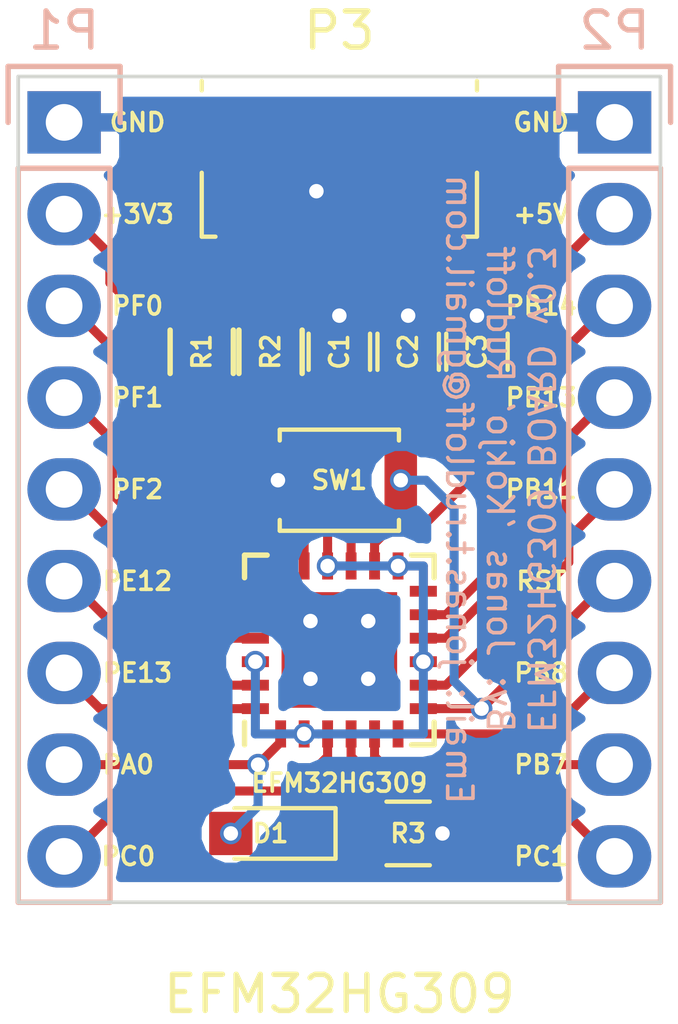
<source format=kicad_pcb>
(kicad_pcb (version 4) (host pcbnew 4.0.7+dfsg1-1)

  (general
    (links 44)
    (no_connects 2)
    (area 138.379999 96.469999 156.260001 119.430001)
    (thickness 1.6)
    (drawings 24)
    (tracks 148)
    (zones 0)
    (modules 12)
    (nets 24)
  )

  (page A4)
  (layers
    (0 F.Cu signal)
    (31 B.Cu signal)
    (32 B.Adhes user hide)
    (33 F.Adhes user hide)
    (34 B.Paste user hide)
    (35 F.Paste user hide)
    (36 B.SilkS user)
    (37 F.SilkS user)
    (38 B.Mask user hide)
    (39 F.Mask user hide)
    (40 Dwgs.User user hide)
    (41 Cmts.User user hide)
    (42 Eco1.User user hide)
    (43 Eco2.User user hide)
    (44 Edge.Cuts user)
    (45 Margin user hide)
    (46 B.CrtYd user)
    (47 F.CrtYd user)
    (48 B.Fab user hide)
    (49 F.Fab user hide)
  )

  (setup
    (last_trace_width 0.25)
    (trace_clearance 0.2)
    (zone_clearance 0.508)
    (zone_45_only no)
    (trace_min 0.2)
    (segment_width 0.2)
    (edge_width 0.1)
    (via_size 0.6)
    (via_drill 0.4)
    (via_min_size 0.4)
    (via_min_drill 0.3)
    (uvia_size 0.3)
    (uvia_drill 0.1)
    (uvias_allowed no)
    (uvia_min_size 0.2)
    (uvia_min_drill 0.1)
    (pcb_text_width 0.1)
    (pcb_text_size 0.5 0.5)
    (mod_edge_width 0.15)
    (mod_text_size 0.5 0.5)
    (mod_text_width 0.1)
    (pad_size 1.5 1.5)
    (pad_drill 0.6)
    (pad_to_mask_clearance 0)
    (aux_axis_origin 0 0)
    (visible_elements FFFF7F7F)
    (pcbplotparams
      (layerselection 0x00008_00000000)
      (usegerberextensions false)
      (excludeedgelayer true)
      (linewidth 0.100000)
      (plotframeref false)
      (viasonmask false)
      (mode 1)
      (useauxorigin false)
      (hpglpennumber 1)
      (hpglpenspeed 20)
      (hpglpendiameter 15)
      (hpglpenoverlay 2)
      (psnegative false)
      (psa4output false)
      (plotreference true)
      (plotvalue true)
      (plotinvisibletext false)
      (padsonsilk false)
      (subtractmaskfromsilk false)
      (outputformat 1)
      (mirror false)
      (drillshape 0)
      (scaleselection 1)
      (outputdirectory gerbers/))
  )

  (net 0 "")
  (net 1 GND)
  (net 2 +3V3)
  (net 3 +5V)
  (net 4 "Net-(P3-Pad2)")
  (net 5 "Net-(P3-Pad3)")
  (net 6 "Net-(R1-Pad2)")
  (net 7 "Net-(R2-Pad2)")
  (net 8 /PF0)
  (net 9 /PF1)
  (net 10 /PF2)
  (net 11 /PE12)
  (net 12 /PE13)
  (net 13 /PA0)
  (net 14 /PC0)
  (net 15 /PB14)
  (net 16 /PB13)
  (net 17 /PB11)
  (net 18 /RST)
  (net 19 /PB8)
  (net 20 /PB7)
  (net 21 /PC1)
  (net 22 "Net-(C3-Pad1)")
  (net 23 "Net-(D1-Pad1)")

  (net_class Default "This is the default net class."
    (clearance 0.2)
    (trace_width 0.25)
    (via_dia 0.6)
    (via_drill 0.4)
    (uvia_dia 0.3)
    (uvia_drill 0.1)
    (add_net +3V3)
    (add_net +5V)
    (add_net /PA0)
    (add_net /PB11)
    (add_net /PB13)
    (add_net /PB14)
    (add_net /PB7)
    (add_net /PB8)
    (add_net /PC0)
    (add_net /PC1)
    (add_net /PE12)
    (add_net /PE13)
    (add_net /PF0)
    (add_net /PF1)
    (add_net /PF2)
    (add_net /RST)
    (add_net GND)
    (add_net "Net-(C3-Pad1)")
    (add_net "Net-(D1-Pad1)")
    (add_net "Net-(P3-Pad2)")
    (add_net "Net-(P3-Pad3)")
    (add_net "Net-(R1-Pad2)")
    (add_net "Net-(R2-Pad2)")
  )

  (module Housings_DFN_QFN:QFN-24-1EP_5x5mm_Pitch0.65mm (layer F.Cu) (tedit 5ADCED48) (tstamp 5A79F5FE)
    (at 147.32 112.395 90)
    (descr "UH Package; 24-Lead Plastic QFN (5mm x 5mm); (see Linear Technology (UH24) QFN 05-08-1747 Rev A.pdf)")
    (tags "QFN 0.65")
    (path /5A79B5EE)
    (attr smd)
    (fp_text reference EFM32HG309 (at -3.683 0 180) (layer F.SilkS)
      (effects (font (size 0.5 0.5) (thickness 0.1)))
    )
    (fp_text value EFM32HG309 (at 0 3.7 90) (layer F.Fab)
      (effects (font (size 1 1) (thickness 0.15)))
    )
    (fp_line (start -1.5 -2.5) (end 2.5 -2.5) (layer F.Fab) (width 0.15))
    (fp_line (start 2.5 -2.5) (end 2.5 2.5) (layer F.Fab) (width 0.15))
    (fp_line (start 2.5 2.5) (end -2.5 2.5) (layer F.Fab) (width 0.15))
    (fp_line (start -2.5 2.5) (end -2.5 -1.5) (layer F.Fab) (width 0.15))
    (fp_line (start -2.5 -1.5) (end -1.5 -2.5) (layer F.Fab) (width 0.15))
    (fp_line (start -2.95 -2.95) (end -2.95 2.95) (layer F.CrtYd) (width 0.05))
    (fp_line (start 2.95 -2.95) (end 2.95 2.95) (layer F.CrtYd) (width 0.05))
    (fp_line (start -2.95 -2.95) (end 2.95 -2.95) (layer F.CrtYd) (width 0.05))
    (fp_line (start -2.95 2.95) (end 2.95 2.95) (layer F.CrtYd) (width 0.05))
    (fp_line (start 2.625 -2.625) (end 2.625 -2) (layer F.SilkS) (width 0.15))
    (fp_line (start -2.625 2.625) (end -2.625 2) (layer F.SilkS) (width 0.15))
    (fp_line (start 2.625 2.625) (end 2.625 2) (layer F.SilkS) (width 0.15))
    (fp_line (start -2.625 -2.625) (end -2 -2.625) (layer F.SilkS) (width 0.15))
    (fp_line (start -2.625 2.625) (end -2 2.625) (layer F.SilkS) (width 0.15))
    (fp_line (start 2.625 2.625) (end 2 2.625) (layer F.SilkS) (width 0.15))
    (fp_line (start 2.625 -2.625) (end 2 -2.625) (layer F.SilkS) (width 0.15))
    (pad 1 smd rect (at -2.325 -1.625 90) (size 0.75 0.3) (layers F.Cu F.Paste F.Mask)
      (net 13 /PA0))
    (pad 2 smd rect (at -2.325 -0.975 90) (size 0.75 0.3) (layers F.Cu F.Paste F.Mask)
      (net 2 +3V3))
    (pad 3 smd rect (at -2.325 -0.325 90) (size 0.75 0.3) (layers F.Cu F.Paste F.Mask)
      (net 14 /PC0))
    (pad 4 smd rect (at -2.325 0.325 90) (size 0.75 0.3) (layers F.Cu F.Paste F.Mask)
      (net 21 /PC1))
    (pad 5 smd rect (at -2.325 0.975 90) (size 0.75 0.3) (layers F.Cu F.Paste F.Mask)
      (net 20 /PB7))
    (pad 6 smd rect (at -2.325 1.625 90) (size 0.75 0.3) (layers F.Cu F.Paste F.Mask)
      (net 19 /PB8))
    (pad 7 smd rect (at -1.625 2.325 180) (size 0.75 0.3) (layers F.Cu F.Paste F.Mask)
      (net 18 /RST))
    (pad 8 smd rect (at -0.975 2.325 180) (size 0.75 0.3) (layers F.Cu F.Paste F.Mask)
      (net 17 /PB11))
    (pad 9 smd rect (at -0.325 2.325 180) (size 0.75 0.3) (layers F.Cu F.Paste F.Mask)
      (net 2 +3V3))
    (pad 10 smd rect (at 0.325 2.325 180) (size 0.75 0.3) (layers F.Cu F.Paste F.Mask)
      (net 16 /PB13))
    (pad 11 smd rect (at 0.975 2.325 180) (size 0.75 0.3) (layers F.Cu F.Paste F.Mask)
      (net 15 /PB14))
    (pad 12 smd rect (at 1.625 2.325 180) (size 0.75 0.3) (layers F.Cu F.Paste F.Mask)
      (net 2 +3V3))
    (pad 13 smd rect (at 2.325 1.625 90) (size 0.75 0.3) (layers F.Cu F.Paste F.Mask)
      (net 2 +3V3))
    (pad 14 smd rect (at 2.325 0.975 90) (size 0.75 0.3) (layers F.Cu F.Paste F.Mask)
      (net 22 "Net-(C3-Pad1)"))
    (pad 15 smd rect (at 2.325 0.325 90) (size 0.75 0.3) (layers F.Cu F.Paste F.Mask)
      (net 3 +5V))
    (pad 16 smd rect (at 2.325 -0.325 90) (size 0.75 0.3) (layers F.Cu F.Paste F.Mask)
      (net 2 +3V3))
    (pad 17 smd rect (at 2.325 -0.975 90) (size 0.75 0.3) (layers F.Cu F.Paste F.Mask)
      (net 7 "Net-(R2-Pad2)"))
    (pad 18 smd rect (at 2.325 -1.625 90) (size 0.75 0.3) (layers F.Cu F.Paste F.Mask)
      (net 6 "Net-(R1-Pad2)"))
    (pad 19 smd rect (at 1.625 -2.325 180) (size 0.75 0.3) (layers F.Cu F.Paste F.Mask)
      (net 8 /PF0))
    (pad 20 smd rect (at 0.975 -2.325 180) (size 0.75 0.3) (layers F.Cu F.Paste F.Mask)
      (net 9 /PF1))
    (pad 21 smd rect (at 0.325 -2.325 180) (size 0.75 0.3) (layers F.Cu F.Paste F.Mask)
      (net 10 /PF2))
    (pad 22 smd rect (at -0.325 -2.325 180) (size 0.75 0.3) (layers F.Cu F.Paste F.Mask)
      (net 2 +3V3))
    (pad 23 smd rect (at -0.975 -2.325 180) (size 0.75 0.3) (layers F.Cu F.Paste F.Mask)
      (net 11 /PE12))
    (pad 24 smd rect (at -1.625 -2.325 180) (size 0.75 0.3) (layers F.Cu F.Paste F.Mask)
      (net 12 /PE13))
    (pad 25 smd rect (at 0.8 0.8 90) (size 1.6 1.6) (layers F.Cu F.Paste F.Mask)
      (net 1 GND) (solder_paste_margin_ratio -0.2))
    (pad 25 smd rect (at 0.8 -0.8 90) (size 1.6 1.6) (layers F.Cu F.Paste F.Mask)
      (net 1 GND) (solder_paste_margin_ratio -0.2))
    (pad 25 smd rect (at -0.8 0.8 90) (size 1.6 1.6) (layers F.Cu F.Paste F.Mask)
      (net 1 GND) (solder_paste_margin_ratio -0.2))
    (pad 25 smd rect (at -0.8 -0.8 90) (size 1.6 1.6) (layers F.Cu F.Paste F.Mask)
      (net 1 GND) (solder_paste_margin_ratio -0.2))
    (model Housings_DFN_QFN.3dshapes/QFN-24-1EP_5x5mm_Pitch0.65mm.wrl
      (at (xyz 0 0 0))
      (scale (xyz 1 1 1))
      (rotate (xyz 0 0 0))
    )
  )

  (module Pin_Headers:Pin_Header_Straight_1x09 (layer B.Cu) (tedit 0) (tstamp 5A79F576)
    (at 139.7 97.79 180)
    (descr "Through hole pin header")
    (tags "pin header")
    (path /5A79C357)
    (fp_text reference P1 (at 0 2.54 180) (layer B.SilkS)
      (effects (font (size 1 1) (thickness 0.15)) (justify mirror))
    )
    (fp_text value CONN_01X09 (at 0 3.1 180) (layer B.Fab)
      (effects (font (size 1 1) (thickness 0.15)) (justify mirror))
    )
    (fp_line (start -1.75 1.75) (end -1.75 -22.1) (layer B.CrtYd) (width 0.05))
    (fp_line (start 1.75 1.75) (end 1.75 -22.1) (layer B.CrtYd) (width 0.05))
    (fp_line (start -1.75 1.75) (end 1.75 1.75) (layer B.CrtYd) (width 0.05))
    (fp_line (start -1.75 -22.1) (end 1.75 -22.1) (layer B.CrtYd) (width 0.05))
    (fp_line (start 1.27 -1.27) (end 1.27 -21.59) (layer B.SilkS) (width 0.15))
    (fp_line (start 1.27 -21.59) (end -1.27 -21.59) (layer B.SilkS) (width 0.15))
    (fp_line (start -1.27 -21.59) (end -1.27 -1.27) (layer B.SilkS) (width 0.15))
    (fp_line (start 1.55 1.55) (end 1.55 0) (layer B.SilkS) (width 0.15))
    (fp_line (start 1.27 -1.27) (end -1.27 -1.27) (layer B.SilkS) (width 0.15))
    (fp_line (start -1.55 0) (end -1.55 1.55) (layer B.SilkS) (width 0.15))
    (fp_line (start -1.55 1.55) (end 1.55 1.55) (layer B.SilkS) (width 0.15))
    (pad 1 thru_hole rect (at 0 0 180) (size 2.032 1.7272) (drill 1.016) (layers *.Cu *.Mask)
      (net 1 GND))
    (pad 2 thru_hole oval (at 0 -2.54 180) (size 2.032 1.7272) (drill 1.016) (layers *.Cu *.Mask)
      (net 2 +3V3))
    (pad 3 thru_hole oval (at 0 -5.08 180) (size 2.032 1.7272) (drill 1.016) (layers *.Cu *.Mask)
      (net 8 /PF0))
    (pad 4 thru_hole oval (at 0 -7.62 180) (size 2.032 1.7272) (drill 1.016) (layers *.Cu *.Mask)
      (net 9 /PF1))
    (pad 5 thru_hole oval (at 0 -10.16 180) (size 2.032 1.7272) (drill 1.016) (layers *.Cu *.Mask)
      (net 10 /PF2))
    (pad 6 thru_hole oval (at 0 -12.7 180) (size 2.032 1.7272) (drill 1.016) (layers *.Cu *.Mask)
      (net 11 /PE12))
    (pad 7 thru_hole oval (at 0 -15.24 180) (size 2.032 1.7272) (drill 1.016) (layers *.Cu *.Mask)
      (net 12 /PE13))
    (pad 8 thru_hole oval (at 0 -17.78 180) (size 2.032 1.7272) (drill 1.016) (layers *.Cu *.Mask)
      (net 13 /PA0))
    (pad 9 thru_hole oval (at 0 -20.32 180) (size 2.032 1.7272) (drill 1.016) (layers *.Cu *.Mask)
      (net 14 /PC0))
    (model Pin_Headers.3dshapes/Pin_Header_Straight_1x09.wrl
      (at (xyz 0 -0.4 0))
      (scale (xyz 1 1 1))
      (rotate (xyz 0 0 90))
    )
  )

  (module Pin_Headers:Pin_Header_Straight_1x09 (layer B.Cu) (tedit 0) (tstamp 5A79F58E)
    (at 154.94 97.79 180)
    (descr "Through hole pin header")
    (tags "pin header")
    (path /5A79C440)
    (fp_text reference P2 (at 0 2.54 180) (layer B.SilkS)
      (effects (font (size 1 1) (thickness 0.15)) (justify mirror))
    )
    (fp_text value CONN_01X09 (at 0 3.1 180) (layer B.Fab)
      (effects (font (size 1 1) (thickness 0.15)) (justify mirror))
    )
    (fp_line (start -1.75 1.75) (end -1.75 -22.1) (layer B.CrtYd) (width 0.05))
    (fp_line (start 1.75 1.75) (end 1.75 -22.1) (layer B.CrtYd) (width 0.05))
    (fp_line (start -1.75 1.75) (end 1.75 1.75) (layer B.CrtYd) (width 0.05))
    (fp_line (start -1.75 -22.1) (end 1.75 -22.1) (layer B.CrtYd) (width 0.05))
    (fp_line (start 1.27 -1.27) (end 1.27 -21.59) (layer B.SilkS) (width 0.15))
    (fp_line (start 1.27 -21.59) (end -1.27 -21.59) (layer B.SilkS) (width 0.15))
    (fp_line (start -1.27 -21.59) (end -1.27 -1.27) (layer B.SilkS) (width 0.15))
    (fp_line (start 1.55 1.55) (end 1.55 0) (layer B.SilkS) (width 0.15))
    (fp_line (start 1.27 -1.27) (end -1.27 -1.27) (layer B.SilkS) (width 0.15))
    (fp_line (start -1.55 0) (end -1.55 1.55) (layer B.SilkS) (width 0.15))
    (fp_line (start -1.55 1.55) (end 1.55 1.55) (layer B.SilkS) (width 0.15))
    (pad 1 thru_hole rect (at 0 0 180) (size 2.032 1.7272) (drill 1.016) (layers *.Cu *.Mask)
      (net 1 GND))
    (pad 2 thru_hole oval (at 0 -2.54 180) (size 2.032 1.7272) (drill 1.016) (layers *.Cu *.Mask)
      (net 3 +5V))
    (pad 3 thru_hole oval (at 0 -5.08 180) (size 2.032 1.7272) (drill 1.016) (layers *.Cu *.Mask)
      (net 15 /PB14))
    (pad 4 thru_hole oval (at 0 -7.62 180) (size 2.032 1.7272) (drill 1.016) (layers *.Cu *.Mask)
      (net 16 /PB13))
    (pad 5 thru_hole oval (at 0 -10.16 180) (size 2.032 1.7272) (drill 1.016) (layers *.Cu *.Mask)
      (net 17 /PB11))
    (pad 6 thru_hole oval (at 0 -12.7 180) (size 2.032 1.7272) (drill 1.016) (layers *.Cu *.Mask)
      (net 18 /RST))
    (pad 7 thru_hole oval (at 0 -15.24 180) (size 2.032 1.7272) (drill 1.016) (layers *.Cu *.Mask)
      (net 19 /PB8))
    (pad 8 thru_hole oval (at 0 -17.78 180) (size 2.032 1.7272) (drill 1.016) (layers *.Cu *.Mask)
      (net 20 /PB7))
    (pad 9 thru_hole oval (at 0 -20.32 180) (size 2.032 1.7272) (drill 1.016) (layers *.Cu *.Mask)
      (net 21 /PC1))
    (model Pin_Headers.3dshapes/Pin_Header_Straight_1x09.wrl
      (at (xyz 0 -0.4 0))
      (scale (xyz 1 1 1))
      (rotate (xyz 0 0 90))
    )
  )

  (module Connectors_USB:USB_Micro-B_Molex_47346-0001 (layer F.Cu) (tedit 594C50D0) (tstamp 5A79F5AE)
    (at 147.32 98.044 180)
    (descr "Micro USB B receptable with flange, bottom-mount, SMD, right-angle (http://www.molex.com/pdm_docs/sd/473460001_sd.pdf)")
    (tags "Micro B USB SMD")
    (path /5A79B6A8)
    (attr smd)
    (fp_text reference P3 (at 0 2.794 360) (layer F.SilkS)
      (effects (font (size 1 1) (thickness 0.15)))
    )
    (fp_text value USB_B (at 0 3.4 360) (layer F.Fab)
      (effects (font (size 1 1) (thickness 0.15)))
    )
    (fp_text user "PCB Edge" (at 0 1.47 360) (layer Dwgs.User)
      (effects (font (size 0.4 0.4) (thickness 0.04)))
    )
    (fp_text user %R (at 0 0 180) (layer F.Fab)
      (effects (font (size 1 1) (thickness 0.15)))
    )
    (fp_line (start 3.81 -2.91) (end 3.43 -2.91) (layer F.SilkS) (width 0.12))
    (fp_line (start 4.6 2.7) (end -4.6 2.7) (layer F.CrtYd) (width 0.05))
    (fp_line (start 4.6 -3.9) (end 4.6 2.7) (layer F.CrtYd) (width 0.05))
    (fp_line (start -4.6 -3.9) (end 4.6 -3.9) (layer F.CrtYd) (width 0.05))
    (fp_line (start -4.6 2.7) (end -4.6 -3.9) (layer F.CrtYd) (width 0.05))
    (fp_line (start 3.75 2.15) (end -3.75 2.15) (layer F.Fab) (width 0.1))
    (fp_line (start 3.75 -2.85) (end 3.75 2.15) (layer F.Fab) (width 0.1))
    (fp_line (start -3.75 -2.85) (end 3.75 -2.85) (layer F.Fab) (width 0.1))
    (fp_line (start -3.75 2.15) (end -3.75 -2.85) (layer F.Fab) (width 0.1))
    (fp_line (start 3.81 1.14) (end 3.81 1.4) (layer F.SilkS) (width 0.12))
    (fp_line (start 3.81 -2.91) (end 3.81 -1.14) (layer F.SilkS) (width 0.12))
    (fp_line (start -3.81 -2.91) (end -3.43 -2.91) (layer F.SilkS) (width 0.12))
    (fp_line (start -3.81 -1.14) (end -3.81 -2.91) (layer F.SilkS) (width 0.12))
    (fp_line (start -3.81 1.4) (end -3.81 1.14) (layer F.SilkS) (width 0.12))
    (fp_line (start -3.25 1.45) (end 3.25 1.45) (layer F.Fab) (width 0.1))
    (pad 1 smd rect (at -1.3 -2.66 180) (size 0.45 1.38) (layers F.Cu F.Paste F.Mask)
      (net 3 +5V))
    (pad 2 smd rect (at -0.65 -2.66 180) (size 0.45 1.38) (layers F.Cu F.Paste F.Mask)
      (net 4 "Net-(P3-Pad2)"))
    (pad 3 smd rect (at 0 -2.66 180) (size 0.45 1.38) (layers F.Cu F.Paste F.Mask)
      (net 5 "Net-(P3-Pad3)"))
    (pad 4 smd rect (at 0.65 -2.66 180) (size 0.45 1.38) (layers F.Cu F.Paste F.Mask)
      (net 1 GND))
    (pad 5 smd rect (at 1.3 -2.66 180) (size 0.45 1.38) (layers F.Cu F.Paste F.Mask)
      (net 1 GND))
    (pad 6 smd rect (at -2.4625 -2.3 180) (size 1.475 2.1) (layers F.Cu F.Paste F.Mask))
    (pad 6 smd rect (at 2.4625 -2.3 180) (size 1.475 2.1) (layers F.Cu F.Paste F.Mask))
    (pad 6 smd rect (at -2.91 0 180) (size 2.375 1.9) (layers F.Cu F.Paste F.Mask))
    (pad 6 smd rect (at 2.91 0 180) (size 2.375 1.9) (layers F.Cu F.Paste F.Mask))
    (pad 6 smd rect (at -0.84 0 180) (size 1.175 1.9) (layers F.Cu F.Paste F.Mask))
    (pad 6 smd rect (at 0.84 0 180) (size 1.175 1.9) (layers F.Cu F.Paste F.Mask))
    (model ${KISYS3DMOD}/Connectors_USB.3dshapes/USB_Micro-B_Molex_47346-0001.wrl
      (at (xyz 0 0 0))
      (scale (xyz 1 1 1))
      (rotate (xyz 0 0 0))
    )
  )

  (module Resistors_SMD:R_0805 (layer F.Cu) (tedit 5ADCDAAA) (tstamp 5A79F5BE)
    (at 143.51 104.14 270)
    (descr "Resistor SMD 0805, reflow soldering, Vishay (see dcrcw.pdf)")
    (tags "resistor 0805")
    (path /5A79B89A)
    (attr smd)
    (fp_text reference R1 (at 0 0 270) (layer F.SilkS)
      (effects (font (size 0.5 0.5) (thickness 0.1)))
    )
    (fp_text value 15 (at 0 2.1 270) (layer F.Fab)
      (effects (font (size 1 1) (thickness 0.15)))
    )
    (fp_line (start -1 0.625) (end -1 -0.625) (layer F.Fab) (width 0.1))
    (fp_line (start 1 0.625) (end -1 0.625) (layer F.Fab) (width 0.1))
    (fp_line (start 1 -0.625) (end 1 0.625) (layer F.Fab) (width 0.1))
    (fp_line (start -1 -0.625) (end 1 -0.625) (layer F.Fab) (width 0.1))
    (fp_line (start -1.6 -1) (end 1.6 -1) (layer F.CrtYd) (width 0.05))
    (fp_line (start -1.6 1) (end 1.6 1) (layer F.CrtYd) (width 0.05))
    (fp_line (start -1.6 -1) (end -1.6 1) (layer F.CrtYd) (width 0.05))
    (fp_line (start 1.6 -1) (end 1.6 1) (layer F.CrtYd) (width 0.05))
    (fp_line (start 0.6 0.875) (end -0.6 0.875) (layer F.SilkS) (width 0.15))
    (fp_line (start -0.6 -0.875) (end 0.6 -0.875) (layer F.SilkS) (width 0.15))
    (pad 1 smd rect (at -0.95 0 270) (size 0.7 1.3) (layers F.Cu F.Paste F.Mask)
      (net 5 "Net-(P3-Pad3)"))
    (pad 2 smd rect (at 0.95 0 270) (size 0.7 1.3) (layers F.Cu F.Paste F.Mask)
      (net 6 "Net-(R1-Pad2)"))
    (model Resistors_SMD.3dshapes/R_0805.wrl
      (at (xyz 0 0 0))
      (scale (xyz 1 1 1))
      (rotate (xyz 0 0 0))
    )
  )

  (module Resistors_SMD:R_0805 (layer F.Cu) (tedit 5ADCDAA3) (tstamp 5A79F5CE)
    (at 145.415 104.14 270)
    (descr "Resistor SMD 0805, reflow soldering, Vishay (see dcrcw.pdf)")
    (tags "resistor 0805")
    (path /5A79B80C)
    (attr smd)
    (fp_text reference R2 (at 0 0 270) (layer F.SilkS)
      (effects (font (size 0.5 0.5) (thickness 0.1)))
    )
    (fp_text value 15 (at 0 2.1 270) (layer F.Fab)
      (effects (font (size 1 1) (thickness 0.15)))
    )
    (fp_line (start -1 0.625) (end -1 -0.625) (layer F.Fab) (width 0.1))
    (fp_line (start 1 0.625) (end -1 0.625) (layer F.Fab) (width 0.1))
    (fp_line (start 1 -0.625) (end 1 0.625) (layer F.Fab) (width 0.1))
    (fp_line (start -1 -0.625) (end 1 -0.625) (layer F.Fab) (width 0.1))
    (fp_line (start -1.6 -1) (end 1.6 -1) (layer F.CrtYd) (width 0.05))
    (fp_line (start -1.6 1) (end 1.6 1) (layer F.CrtYd) (width 0.05))
    (fp_line (start -1.6 -1) (end -1.6 1) (layer F.CrtYd) (width 0.05))
    (fp_line (start 1.6 -1) (end 1.6 1) (layer F.CrtYd) (width 0.05))
    (fp_line (start 0.6 0.875) (end -0.6 0.875) (layer F.SilkS) (width 0.15))
    (fp_line (start -0.6 -0.875) (end 0.6 -0.875) (layer F.SilkS) (width 0.15))
    (pad 1 smd rect (at -0.95 0 270) (size 0.7 1.3) (layers F.Cu F.Paste F.Mask)
      (net 4 "Net-(P3-Pad2)"))
    (pad 2 smd rect (at 0.95 0 270) (size 0.7 1.3) (layers F.Cu F.Paste F.Mask)
      (net 7 "Net-(R2-Pad2)"))
    (model Resistors_SMD.3dshapes/R_0805.wrl
      (at (xyz 0 0 0))
      (scale (xyz 1 1 1))
      (rotate (xyz 0 0 0))
    )
  )

  (module Capacitors_SMD:C_0805 (layer F.Cu) (tedit 5ADCDA85) (tstamp 5ADBEA0D)
    (at 147.32 104.14 90)
    (descr "Capacitor SMD 0805, reflow soldering, AVX (see smccp.pdf)")
    (tags "capacitor 0805")
    (path /5A79BC32)
    (attr smd)
    (fp_text reference C1 (at 0 0 90) (layer F.SilkS)
      (effects (font (size 0.5 0.5) (thickness 0.1)))
    )
    (fp_text value 1uF (at 0 1.75 90) (layer F.Fab)
      (effects (font (size 1 1) (thickness 0.15)))
    )
    (fp_text user %R (at 0 -1.5 90) (layer F.Fab)
      (effects (font (size 1 1) (thickness 0.15)))
    )
    (fp_line (start -1 0.62) (end -1 -0.62) (layer F.Fab) (width 0.1))
    (fp_line (start 1 0.62) (end -1 0.62) (layer F.Fab) (width 0.1))
    (fp_line (start 1 -0.62) (end 1 0.62) (layer F.Fab) (width 0.1))
    (fp_line (start -1 -0.62) (end 1 -0.62) (layer F.Fab) (width 0.1))
    (fp_line (start 0.5 -0.85) (end -0.5 -0.85) (layer F.SilkS) (width 0.12))
    (fp_line (start -0.5 0.85) (end 0.5 0.85) (layer F.SilkS) (width 0.12))
    (fp_line (start -1.75 -0.88) (end 1.75 -0.88) (layer F.CrtYd) (width 0.05))
    (fp_line (start -1.75 -0.88) (end -1.75 0.87) (layer F.CrtYd) (width 0.05))
    (fp_line (start 1.75 0.87) (end 1.75 -0.88) (layer F.CrtYd) (width 0.05))
    (fp_line (start 1.75 0.87) (end -1.75 0.87) (layer F.CrtYd) (width 0.05))
    (pad 1 smd rect (at -1 0 90) (size 1 1.25) (layers F.Cu F.Paste F.Mask)
      (net 2 +3V3))
    (pad 2 smd rect (at 1 0 90) (size 1 1.25) (layers F.Cu F.Paste F.Mask)
      (net 1 GND))
    (model Capacitors_SMD.3dshapes/C_0805.wrl
      (at (xyz 0 0 0))
      (scale (xyz 1 1 1))
      (rotate (xyz 0 0 0))
    )
  )

  (module Capacitors_SMD:C_0805 (layer F.Cu) (tedit 5ADCDA93) (tstamp 5ADBEA1E)
    (at 149.225 104.14 90)
    (descr "Capacitor SMD 0805, reflow soldering, AVX (see smccp.pdf)")
    (tags "capacitor 0805")
    (path /5A79BF4C)
    (attr smd)
    (fp_text reference C2 (at 0 0 90) (layer F.SilkS)
      (effects (font (size 0.5 0.5) (thickness 0.1)))
    )
    (fp_text value 4.7uF (at 0 1.75 90) (layer F.Fab)
      (effects (font (size 1 1) (thickness 0.15)))
    )
    (fp_text user %R (at 0 -1.5 90) (layer F.Fab)
      (effects (font (size 1 1) (thickness 0.15)))
    )
    (fp_line (start -1 0.62) (end -1 -0.62) (layer F.Fab) (width 0.1))
    (fp_line (start 1 0.62) (end -1 0.62) (layer F.Fab) (width 0.1))
    (fp_line (start 1 -0.62) (end 1 0.62) (layer F.Fab) (width 0.1))
    (fp_line (start -1 -0.62) (end 1 -0.62) (layer F.Fab) (width 0.1))
    (fp_line (start 0.5 -0.85) (end -0.5 -0.85) (layer F.SilkS) (width 0.12))
    (fp_line (start -0.5 0.85) (end 0.5 0.85) (layer F.SilkS) (width 0.12))
    (fp_line (start -1.75 -0.88) (end 1.75 -0.88) (layer F.CrtYd) (width 0.05))
    (fp_line (start -1.75 -0.88) (end -1.75 0.87) (layer F.CrtYd) (width 0.05))
    (fp_line (start 1.75 0.87) (end 1.75 -0.88) (layer F.CrtYd) (width 0.05))
    (fp_line (start 1.75 0.87) (end -1.75 0.87) (layer F.CrtYd) (width 0.05))
    (pad 1 smd rect (at -1 0 90) (size 1 1.25) (layers F.Cu F.Paste F.Mask)
      (net 3 +5V))
    (pad 2 smd rect (at 1 0 90) (size 1 1.25) (layers F.Cu F.Paste F.Mask)
      (net 1 GND))
    (model Capacitors_SMD.3dshapes/C_0805.wrl
      (at (xyz 0 0 0))
      (scale (xyz 1 1 1))
      (rotate (xyz 0 0 0))
    )
  )

  (module Capacitors_SMD:C_0805 (layer F.Cu) (tedit 5ADCDA9B) (tstamp 5ADBEA2F)
    (at 151.13 104.14 90)
    (descr "Capacitor SMD 0805, reflow soldering, AVX (see smccp.pdf)")
    (tags "capacitor 0805")
    (path /5A79BCA8)
    (attr smd)
    (fp_text reference C3 (at 0 0 90) (layer F.SilkS)
      (effects (font (size 0.5 0.5) (thickness 0.1)))
    )
    (fp_text value 1uF (at 0 1.75 90) (layer F.Fab)
      (effects (font (size 1 1) (thickness 0.15)))
    )
    (fp_text user %R (at 0 -1.5 90) (layer F.Fab)
      (effects (font (size 1 1) (thickness 0.15)))
    )
    (fp_line (start -1 0.62) (end -1 -0.62) (layer F.Fab) (width 0.1))
    (fp_line (start 1 0.62) (end -1 0.62) (layer F.Fab) (width 0.1))
    (fp_line (start 1 -0.62) (end 1 0.62) (layer F.Fab) (width 0.1))
    (fp_line (start -1 -0.62) (end 1 -0.62) (layer F.Fab) (width 0.1))
    (fp_line (start 0.5 -0.85) (end -0.5 -0.85) (layer F.SilkS) (width 0.12))
    (fp_line (start -0.5 0.85) (end 0.5 0.85) (layer F.SilkS) (width 0.12))
    (fp_line (start -1.75 -0.88) (end 1.75 -0.88) (layer F.CrtYd) (width 0.05))
    (fp_line (start -1.75 -0.88) (end -1.75 0.87) (layer F.CrtYd) (width 0.05))
    (fp_line (start 1.75 0.87) (end 1.75 -0.88) (layer F.CrtYd) (width 0.05))
    (fp_line (start 1.75 0.87) (end -1.75 0.87) (layer F.CrtYd) (width 0.05))
    (pad 1 smd rect (at -1 0 90) (size 1 1.25) (layers F.Cu F.Paste F.Mask)
      (net 22 "Net-(C3-Pad1)"))
    (pad 2 smd rect (at 1 0 90) (size 1 1.25) (layers F.Cu F.Paste F.Mask)
      (net 1 GND))
    (model Capacitors_SMD.3dshapes/C_0805.wrl
      (at (xyz 0 0 0))
      (scale (xyz 1 1 1))
      (rotate (xyz 0 0 0))
    )
  )

  (module Buttons_Switches_SMD:SW_SPST_B3U-1000P (layer F.Cu) (tedit 5ADCDAFE) (tstamp 5ADC76BE)
    (at 147.32 107.696 180)
    (descr "Ultra-small-sized Tactile Switch with High Contact Reliability, Top-actuated Model, without Ground Terminal, without Boss")
    (tags "Tactile Switch")
    (path /5ADC74F0)
    (attr smd)
    (fp_text reference SW1 (at 0 0 180) (layer F.SilkS)
      (effects (font (size 0.5 0.5) (thickness 0.1)))
    )
    (fp_text value RST (at 0 2.5 180) (layer F.Fab)
      (effects (font (size 1 1) (thickness 0.15)))
    )
    (fp_text user %R (at 0 -2.5 180) (layer F.Fab)
      (effects (font (size 1 1) (thickness 0.15)))
    )
    (fp_line (start -2.4 1.65) (end 2.4 1.65) (layer F.CrtYd) (width 0.05))
    (fp_line (start 2.4 1.65) (end 2.4 -1.65) (layer F.CrtYd) (width 0.05))
    (fp_line (start 2.4 -1.65) (end -2.4 -1.65) (layer F.CrtYd) (width 0.05))
    (fp_line (start -2.4 -1.65) (end -2.4 1.65) (layer F.CrtYd) (width 0.05))
    (fp_line (start -1.65 1.1) (end -1.65 1.4) (layer F.SilkS) (width 0.12))
    (fp_line (start -1.65 1.4) (end 1.65 1.4) (layer F.SilkS) (width 0.12))
    (fp_line (start 1.65 1.4) (end 1.65 1.1) (layer F.SilkS) (width 0.12))
    (fp_line (start -1.65 -1.1) (end -1.65 -1.4) (layer F.SilkS) (width 0.12))
    (fp_line (start -1.65 -1.4) (end 1.65 -1.4) (layer F.SilkS) (width 0.12))
    (fp_line (start 1.65 -1.4) (end 1.65 -1.1) (layer F.SilkS) (width 0.12))
    (fp_line (start -1.5 -1.25) (end 1.5 -1.25) (layer F.Fab) (width 0.1))
    (fp_line (start 1.5 -1.25) (end 1.5 1.25) (layer F.Fab) (width 0.1))
    (fp_line (start 1.5 1.25) (end -1.5 1.25) (layer F.Fab) (width 0.1))
    (fp_line (start -1.5 1.25) (end -1.5 -1.25) (layer F.Fab) (width 0.1))
    (fp_circle (center 0 0) (end 0.75 0) (layer F.Fab) (width 0.1))
    (pad 1 smd rect (at -1.7 0 180) (size 0.9 1.7) (layers F.Cu F.Paste F.Mask)
      (net 18 /RST))
    (pad 2 smd rect (at 1.7 0 180) (size 0.9 1.7) (layers F.Cu F.Paste F.Mask)
      (net 1 GND))
    (model ${KISYS3DMOD}/Buttons_Switches_SMD.3dshapes/SW_SPST_B3U-1000P.wrl
      (at (xyz 0 0 0))
      (scale (xyz 1 1 1))
      (rotate (xyz 0 0 0))
    )
  )

  (module Resistors_SMD:R_0805 (layer F.Cu) (tedit 5ADCDAD7) (tstamp 5ADCD86C)
    (at 149.225 117.475 180)
    (descr "Resistor SMD 0805, reflow soldering, Vishay (see dcrcw.pdf)")
    (tags "resistor 0805")
    (path /5ADCD924)
    (attr smd)
    (fp_text reference R3 (at 0 0 180) (layer F.SilkS)
      (effects (font (size 0.5 0.5) (thickness 0.1)))
    )
    (fp_text value R_Small (at 0 1.75 180) (layer F.Fab)
      (effects (font (size 1 1) (thickness 0.15)))
    )
    (fp_text user %R (at 0 0 180) (layer F.Fab)
      (effects (font (size 0.5 0.5) (thickness 0.075)))
    )
    (fp_line (start -1 0.62) (end -1 -0.62) (layer F.Fab) (width 0.1))
    (fp_line (start 1 0.62) (end -1 0.62) (layer F.Fab) (width 0.1))
    (fp_line (start 1 -0.62) (end 1 0.62) (layer F.Fab) (width 0.1))
    (fp_line (start -1 -0.62) (end 1 -0.62) (layer F.Fab) (width 0.1))
    (fp_line (start 0.6 0.88) (end -0.6 0.88) (layer F.SilkS) (width 0.12))
    (fp_line (start -0.6 -0.88) (end 0.6 -0.88) (layer F.SilkS) (width 0.12))
    (fp_line (start -1.55 -0.9) (end 1.55 -0.9) (layer F.CrtYd) (width 0.05))
    (fp_line (start -1.55 -0.9) (end -1.55 0.9) (layer F.CrtYd) (width 0.05))
    (fp_line (start 1.55 0.9) (end 1.55 -0.9) (layer F.CrtYd) (width 0.05))
    (fp_line (start 1.55 0.9) (end -1.55 0.9) (layer F.CrtYd) (width 0.05))
    (pad 1 smd rect (at -0.95 0 180) (size 0.7 1.3) (layers F.Cu F.Paste F.Mask)
      (net 1 GND))
    (pad 2 smd rect (at 0.95 0 180) (size 0.7 1.3) (layers F.Cu F.Paste F.Mask)
      (net 23 "Net-(D1-Pad1)"))
    (model ${KISYS3DMOD}/Resistors_SMD.3dshapes/R_0805.wrl
      (at (xyz 0 0 0))
      (scale (xyz 1 1 1))
      (rotate (xyz 0 0 0))
    )
  )

  (module LEDs:LED_0805 (layer F.Cu) (tedit 5ADCEAD0) (tstamp 5ADCEAAE)
    (at 145.415 117.475 180)
    (descr "LED 0805 smd package")
    (tags "LED led 0805 SMD smd SMT smt smdled SMDLED smtled SMTLED")
    (path /5ADCD89F)
    (attr smd)
    (fp_text reference D1 (at 0 0 180) (layer F.SilkS)
      (effects (font (size 0.5 0.5) (thickness 0.1)))
    )
    (fp_text value LED (at 0 1.55 180) (layer F.Fab)
      (effects (font (size 1 1) (thickness 0.15)))
    )
    (fp_line (start -1.8 -0.7) (end -1.8 0.7) (layer F.SilkS) (width 0.12))
    (fp_line (start -0.4 -0.4) (end -0.4 0.4) (layer F.Fab) (width 0.1))
    (fp_line (start -0.4 0) (end 0.2 -0.4) (layer F.Fab) (width 0.1))
    (fp_line (start 0.2 0.4) (end -0.4 0) (layer F.Fab) (width 0.1))
    (fp_line (start 0.2 -0.4) (end 0.2 0.4) (layer F.Fab) (width 0.1))
    (fp_line (start 1 0.6) (end -1 0.6) (layer F.Fab) (width 0.1))
    (fp_line (start 1 -0.6) (end 1 0.6) (layer F.Fab) (width 0.1))
    (fp_line (start -1 -0.6) (end 1 -0.6) (layer F.Fab) (width 0.1))
    (fp_line (start -1 0.6) (end -1 -0.6) (layer F.Fab) (width 0.1))
    (fp_line (start -1.8 0.7) (end 1 0.7) (layer F.SilkS) (width 0.12))
    (fp_line (start -1.8 -0.7) (end 1 -0.7) (layer F.SilkS) (width 0.12))
    (fp_line (start 1.95 -0.85) (end 1.95 0.85) (layer F.CrtYd) (width 0.05))
    (fp_line (start 1.95 0.85) (end -1.95 0.85) (layer F.CrtYd) (width 0.05))
    (fp_line (start -1.95 0.85) (end -1.95 -0.85) (layer F.CrtYd) (width 0.05))
    (fp_line (start -1.95 -0.85) (end 1.95 -0.85) (layer F.CrtYd) (width 0.05))
    (fp_text user %R (at 0 -1.25 180) (layer F.Fab)
      (effects (font (size 0.4 0.4) (thickness 0.1)))
    )
    (pad 2 smd rect (at 1.1 0) (size 1.2 1.2) (layers F.Cu F.Paste F.Mask)
      (net 13 /PA0))
    (pad 1 smd rect (at -1.1 0) (size 1.2 1.2) (layers F.Cu F.Paste F.Mask)
      (net 23 "Net-(D1-Pad1)"))
    (model ${KISYS3DMOD}/LEDs.3dshapes/LED_0805.wrl
      (at (xyz 0 0 0))
      (scale (xyz 1 1 1))
      (rotate (xyz 0 0 180))
    )
  )

  (gr_text GND (at 141.732 97.79) (layer F.SilkS)
    (effects (font (size 0.5 0.5) (thickness 0.1)))
  )
  (gr_text +3V3 (at 141.732 100.33) (layer F.SilkS)
    (effects (font (size 0.5 0.5) (thickness 0.1)))
  )
  (gr_text PF0 (at 141.732 102.87) (layer F.SilkS)
    (effects (font (size 0.5 0.5) (thickness 0.1)))
  )
  (gr_text PF1 (at 141.732 105.41) (layer F.SilkS)
    (effects (font (size 0.5 0.5) (thickness 0.1)))
  )
  (gr_text PF2 (at 141.732 107.95) (layer F.SilkS)
    (effects (font (size 0.5 0.5) (thickness 0.1)))
  )
  (gr_text PE12 (at 141.732 110.49) (layer F.SilkS)
    (effects (font (size 0.5 0.5) (thickness 0.1)))
  )
  (gr_text PE13 (at 141.732 113.03) (layer F.SilkS)
    (effects (font (size 0.5 0.5) (thickness 0.1)))
  )
  (gr_text PA0 (at 141.478 115.57) (layer F.SilkS)
    (effects (font (size 0.5 0.5) (thickness 0.1)))
  )
  (gr_text PC0 (at 141.478 118.11) (layer F.SilkS)
    (effects (font (size 0.5 0.5) (thickness 0.1)))
  )
  (gr_text GND (at 152.908 97.79) (layer F.SilkS)
    (effects (font (size 0.5 0.5) (thickness 0.1)))
  )
  (gr_text +5V (at 152.908 100.33) (layer F.SilkS)
    (effects (font (size 0.5 0.5) (thickness 0.1)))
  )
  (gr_text PB14 (at 152.908 102.87) (layer F.SilkS)
    (effects (font (size 0.5 0.5) (thickness 0.1)))
  )
  (gr_text PB11 (at 152.908 107.95) (layer F.SilkS)
    (effects (font (size 0.5 0.5) (thickness 0.1)))
  )
  (gr_text RST (at 152.908 110.49) (layer F.SilkS)
    (effects (font (size 0.5 0.5) (thickness 0.1)))
  )
  (gr_text PB13 (at 152.908 105.41) (layer F.SilkS)
    (effects (font (size 0.5 0.5) (thickness 0.1)))
  )
  (gr_text PB8 (at 152.908 113.03) (layer F.SilkS)
    (effects (font (size 0.5 0.5) (thickness 0.1)))
  )
  (gr_text PB7 (at 152.908 115.57) (layer F.SilkS)
    (effects (font (size 0.5 0.5) (thickness 0.1)))
  )
  (gr_text PC1 (at 152.908 118.11) (layer F.SilkS)
    (effects (font (size 0.5 0.5) (thickness 0.1)))
  )
  (gr_text "EFM32HG309 BOARD v0.3\nBy: Jonas 'Kokjo' Rudloff\nEmail: jonas.t.rudloff@gmail.com\n" (at 151.765 107.95 270) (layer B.SilkS)
    (effects (font (size 0.7 0.7) (thickness 0.1)) (justify mirror))
  )
  (gr_text EFM32HG309 (at 147.32 121.92) (layer F.SilkS)
    (effects (font (size 1 1) (thickness 0.15)))
  )
  (gr_line (start 156.21 96.52) (end 138.43 96.52) (layer Edge.Cuts) (width 0.1))
  (gr_line (start 156.21 119.38) (end 156.21 96.52) (layer Edge.Cuts) (width 0.1))
  (gr_line (start 138.43 119.38) (end 156.21 119.38) (layer Edge.Cuts) (width 0.1))
  (gr_line (start 138.43 96.52) (end 138.43 119.38) (layer Edge.Cuts) (width 0.1))

  (via (at 150.175 117.475) (size 0.6) (drill 0.4) (layers F.Cu B.Cu) (net 1))
  (via (at 145.62 107.696) (size 0.6) (drill 0.4) (layers F.Cu B.Cu) (net 1))
  (via (at 148.12 113.195) (size 0.6) (drill 0.4) (layers F.Cu B.Cu) (net 1))
  (via (at 151.13 103.14) (size 0.6) (drill 0.4) (layers F.Cu B.Cu) (net 1))
  (via (at 149.225 103.14) (size 0.6) (drill 0.4) (layers F.Cu B.Cu) (net 1))
  (via (at 147.32 103.14) (size 0.6) (drill 0.4) (layers F.Cu B.Cu) (net 1))
  (segment (start 146.67 100.704) (end 146.67 99.71) (width 0.25) (layer F.Cu) (net 1))
  (segment (start 146.67 99.71) (end 146.685 99.695) (width 0.25) (layer F.Cu) (net 1))
  (via (at 146.685 99.695) (size 0.6) (drill 0.4) (layers F.Cu B.Cu) (net 1))
  (via (at 146.52 113.195) (size 0.6) (drill 0.4) (layers F.Cu B.Cu) (net 1))
  (via (at 148.12 111.595) (size 0.6) (drill 0.4) (layers F.Cu B.Cu) (net 1))
  (via (at 146.52 111.595) (size 0.6) (drill 0.4) (layers F.Cu B.Cu) (net 1))
  (segment (start 146.67 100.704) (end 146.02 100.704) (width 0.25) (layer F.Cu) (net 1))
  (segment (start 147.32 105.14) (end 147.226963 105.14) (width 0.25) (layer F.Cu) (net 2))
  (segment (start 147.226963 105.14) (end 146.226963 104.14) (width 0.25) (layer F.Cu) (net 2))
  (segment (start 146.226963 104.14) (end 142.874998 104.14) (width 0.25) (layer F.Cu) (net 2))
  (segment (start 142.874998 104.14) (end 140.966 102.231002) (width 0.25) (layer F.Cu) (net 2))
  (segment (start 140.966 102.231002) (end 140.966 101.4436) (width 0.25) (layer F.Cu) (net 2))
  (segment (start 140.966 101.4436) (end 139.8524 100.33) (width 0.25) (layer F.Cu) (net 2))
  (segment (start 139.8524 100.33) (end 139.7 100.33) (width 0.25) (layer F.Cu) (net 2))
  (segment (start 147.32 105.14) (end 147.194989 105.265011) (width 0.25) (layer F.Cu) (net 2))
  (segment (start 147.194989 105.265011) (end 147.194989 108.819886) (width 0.25) (layer F.Cu) (net 2))
  (segment (start 146.995 109.019875) (end 146.995 109.445) (width 0.25) (layer F.Cu) (net 2))
  (segment (start 147.194989 108.819886) (end 146.995 109.019875) (width 0.25) (layer F.Cu) (net 2))
  (segment (start 146.995 109.445) (end 146.995 110.07) (width 0.25) (layer F.Cu) (net 2))
  (segment (start 149.645 112.72) (end 149.645 114.72) (width 0.25) (layer B.Cu) (net 2))
  (segment (start 149.645 114.72) (end 146.745 114.72) (width 0.25) (layer B.Cu) (net 2))
  (segment (start 146.745 114.72) (end 146.345 114.72) (width 0.25) (layer B.Cu) (net 2))
  (segment (start 148.945 110.07) (end 149.645 110.07) (width 0.25) (layer F.Cu) (net 2))
  (segment (start 149.645 110.07) (end 149.645 110.77) (width 0.25) (layer F.Cu) (net 2))
  (segment (start 148.945 110.07) (end 149.645 110.07) (width 0.25) (layer B.Cu) (net 2))
  (segment (start 149.645 110.07) (end 149.645 112.72) (width 0.25) (layer B.Cu) (net 2))
  (segment (start 146.345 114.72) (end 144.995 114.72) (width 0.25) (layer B.Cu) (net 2))
  (segment (start 144.995 114.72) (end 144.995 112.72) (width 0.25) (layer B.Cu) (net 2))
  (via (at 144.995 112.72) (size 0.6) (drill 0.4) (layers F.Cu B.Cu) (net 2))
  (via (at 146.345 114.72) (size 0.6) (drill 0.4) (layers F.Cu B.Cu) (net 2))
  (via (at 149.645 112.72) (size 0.6) (drill 0.4) (layers F.Cu B.Cu) (net 2))
  (segment (start 146.995 110.07) (end 148.945 110.07) (width 0.25) (layer B.Cu) (net 2))
  (via (at 148.945 110.07) (size 0.6) (drill 0.4) (layers F.Cu B.Cu) (net 2))
  (via (at 146.995 110.07) (size 0.6) (drill 0.4) (layers F.Cu B.Cu) (net 2))
  (segment (start 147.645 109.213243) (end 147.645 110.07) (width 0.25) (layer F.Cu) (net 3))
  (segment (start 149.1 105.14) (end 147.645 106.595) (width 0.25) (layer F.Cu) (net 3))
  (segment (start 147.645 106.595) (end 147.645 109.213243) (width 0.25) (layer F.Cu) (net 3))
  (segment (start 149.225 105.14) (end 149.1 105.14) (width 0.25) (layer F.Cu) (net 3))
  (segment (start 148.62 100.704) (end 148.62 102.034998) (width 0.25) (layer F.Cu) (net 3))
  (segment (start 148.62 102.034998) (end 148.274999 102.379999) (width 0.25) (layer F.Cu) (net 3))
  (segment (start 148.274999 102.379999) (end 148.274999 104.314999) (width 0.25) (layer F.Cu) (net 3))
  (segment (start 148.274999 104.314999) (end 149.1 105.14) (width 0.25) (layer F.Cu) (net 3))
  (segment (start 148.62 100.704) (end 148.62 101.644) (width 0.25) (layer F.Cu) (net 3))
  (segment (start 153.398599 101.719001) (end 154.7876 100.33) (width 0.25) (layer F.Cu) (net 3))
  (segment (start 148.62 101.644) (end 148.695001 101.719001) (width 0.25) (layer F.Cu) (net 3))
  (segment (start 148.695001 101.719001) (end 153.398599 101.719001) (width 0.25) (layer F.Cu) (net 3))
  (segment (start 154.7876 100.33) (end 154.94 100.33) (width 0.25) (layer F.Cu) (net 3))
  (segment (start 145.415 103.19) (end 145.415 102.59) (width 0.25) (layer F.Cu) (net 4))
  (segment (start 145.415 102.59) (end 145.690001 102.314999) (width 0.25) (layer F.Cu) (net 4))
  (segment (start 147.299001 102.314999) (end 147.97 101.644) (width 0.25) (layer F.Cu) (net 4))
  (segment (start 145.690001 102.314999) (end 147.299001 102.314999) (width 0.25) (layer F.Cu) (net 4))
  (segment (start 147.97 101.644) (end 147.97 100.704) (width 0.25) (layer F.Cu) (net 4))
  (segment (start 144.235012 101.864988) (end 143.51 102.59) (width 0.25) (layer F.Cu) (net 5))
  (segment (start 147.32 100.704) (end 147.32 101.644) (width 0.25) (layer F.Cu) (net 5))
  (segment (start 147.32 101.644) (end 147.099012 101.864988) (width 0.25) (layer F.Cu) (net 5))
  (segment (start 147.099012 101.864988) (end 144.235012 101.864988) (width 0.25) (layer F.Cu) (net 5))
  (segment (start 143.51 102.59) (end 143.51 103.19) (width 0.25) (layer F.Cu) (net 5))
  (segment (start 145.695 110.07) (end 145.695 109.845) (width 0.25) (layer F.Cu) (net 6))
  (segment (start 145.695 109.845) (end 143.51 107.66) (width 0.25) (layer F.Cu) (net 6))
  (segment (start 143.51 107.66) (end 143.51 105.69) (width 0.25) (layer F.Cu) (net 6))
  (segment (start 143.51 105.69) (end 143.51 105.09) (width 0.25) (layer F.Cu) (net 6))
  (segment (start 145.415 105.09) (end 145.415 105.10953) (width 0.25) (layer F.Cu) (net 7))
  (segment (start 145.415 105.10953) (end 146.744978 106.439508) (width 0.25) (layer F.Cu) (net 7))
  (segment (start 146.744978 106.439508) (end 146.744978 108.456024) (width 0.25) (layer F.Cu) (net 7))
  (segment (start 146.744978 108.456024) (end 146.345 108.856002) (width 0.25) (layer F.Cu) (net 7))
  (segment (start 146.345 108.856002) (end 146.345 109.445) (width 0.25) (layer F.Cu) (net 7))
  (segment (start 146.345 109.445) (end 146.345 110.07) (width 0.25) (layer F.Cu) (net 7))
  (segment (start 144.995 110.77) (end 144.541921 110.77) (width 0.25) (layer F.Cu) (net 8))
  (segment (start 144.541921 110.77) (end 142.534999 108.763078) (width 0.25) (layer F.Cu) (net 8))
  (segment (start 142.534999 108.763078) (end 142.534999 105.552599) (width 0.25) (layer F.Cu) (net 8))
  (segment (start 142.534999 105.552599) (end 139.8524 102.87) (width 0.25) (layer F.Cu) (net 8))
  (segment (start 139.8524 102.87) (end 139.7 102.87) (width 0.25) (layer F.Cu) (net 8))
  (segment (start 144.995 111.42) (end 144.37 111.42) (width 0.25) (layer F.Cu) (net 9))
  (segment (start 141.04101 106.59861) (end 139.8524 105.41) (width 0.25) (layer F.Cu) (net 9))
  (segment (start 144.37 111.42) (end 141.04101 108.09101) (width 0.25) (layer F.Cu) (net 9))
  (segment (start 141.04101 108.09101) (end 141.04101 106.59861) (width 0.25) (layer F.Cu) (net 9))
  (segment (start 139.8524 105.41) (end 139.7 105.41) (width 0.25) (layer F.Cu) (net 9))
  (segment (start 139.7 107.95) (end 139.8524 107.95) (width 0.25) (layer F.Cu) (net 10))
  (segment (start 139.8524 107.95) (end 143.9724 112.07) (width 0.25) (layer F.Cu) (net 10))
  (segment (start 143.9724 112.07) (end 144.37 112.07) (width 0.25) (layer F.Cu) (net 10))
  (segment (start 144.37 112.07) (end 144.995 112.07) (width 0.25) (layer F.Cu) (net 10))
  (segment (start 144.995 113.37) (end 142.7324 113.37) (width 0.25) (layer F.Cu) (net 11))
  (segment (start 142.7324 113.37) (end 139.8524 110.49) (width 0.25) (layer F.Cu) (net 11))
  (segment (start 139.8524 110.49) (end 139.7 110.49) (width 0.25) (layer F.Cu) (net 11))
  (segment (start 144.995 114.02) (end 140.69 114.02) (width 0.25) (layer F.Cu) (net 12))
  (segment (start 140.69 114.02) (end 139.7 113.03) (width 0.25) (layer F.Cu) (net 12))
  (segment (start 145.07 115.57) (end 145.07 116.72) (width 0.25) (layer B.Cu) (net 13))
  (segment (start 145.07 116.72) (end 144.315 117.475) (width 0.25) (layer B.Cu) (net 13))
  (via (at 144.315 117.475) (size 0.6) (drill 0.4) (layers F.Cu B.Cu) (net 13))
  (via (at 145.07 115.57) (size 0.6) (drill 0.4) (layers F.Cu B.Cu) (net 13))
  (segment (start 145.695 114.72) (end 145.695 114.945) (width 0.25) (layer F.Cu) (net 13))
  (segment (start 145.695 114.945) (end 145.07 115.57) (width 0.25) (layer F.Cu) (net 13))
  (segment (start 145.07 115.57) (end 140.966 115.57) (width 0.25) (layer F.Cu) (net 13))
  (segment (start 140.966 115.57) (end 139.7 115.57) (width 0.25) (layer F.Cu) (net 13))
  (segment (start 146.995 114.72) (end 146.995 115.345) (width 0.25) (layer F.Cu) (net 14))
  (segment (start 146.995 115.345) (end 146.040001 116.299999) (width 0.25) (layer F.Cu) (net 14))
  (segment (start 139.8524 118.11) (end 139.7 118.11) (width 0.25) (layer F.Cu) (net 14))
  (segment (start 146.040001 116.299999) (end 141.662401 116.299999) (width 0.25) (layer F.Cu) (net 14))
  (segment (start 141.662401 116.299999) (end 139.8524 118.11) (width 0.25) (layer F.Cu) (net 14))
  (segment (start 152.4 109.29) (end 152.4 105.2576) (width 0.25) (layer F.Cu) (net 15))
  (segment (start 152.4 105.2576) (end 154.7876 102.87) (width 0.25) (layer F.Cu) (net 15))
  (segment (start 154.7876 102.87) (end 154.94 102.87) (width 0.25) (layer F.Cu) (net 15))
  (segment (start 149.645 111.42) (end 150.27 111.42) (width 0.25) (layer F.Cu) (net 15))
  (segment (start 150.27 111.42) (end 152.4 109.29) (width 0.25) (layer F.Cu) (net 15))
  (segment (start 149.645 112.07) (end 150.27 112.07) (width 0.25) (layer F.Cu) (net 16))
  (segment (start 153.59899 108.74101) (end 153.59899 106.59861) (width 0.25) (layer F.Cu) (net 16))
  (segment (start 150.27 112.07) (end 153.59899 108.74101) (width 0.25) (layer F.Cu) (net 16))
  (segment (start 153.59899 106.59861) (end 154.7876 105.41) (width 0.25) (layer F.Cu) (net 16))
  (segment (start 154.7876 105.41) (end 154.94 105.41) (width 0.25) (layer F.Cu) (net 16))
  (segment (start 154.94 108.03641) (end 154.94 107.95) (width 0.25) (layer F.Cu) (net 17))
  (segment (start 153.674 109.966) (end 153.674 109.30241) (width 0.25) (layer F.Cu) (net 17))
  (segment (start 149.645 113.37) (end 150.27 113.37) (width 0.25) (layer F.Cu) (net 17))
  (segment (start 153.674 109.30241) (end 154.94 108.03641) (width 0.25) (layer F.Cu) (net 17))
  (segment (start 150.27 113.37) (end 153.674 109.966) (width 0.25) (layer F.Cu) (net 17))
  (segment (start 151.2576 114.02) (end 150.497415 113.259815) (width 0.25) (layer B.Cu) (net 18))
  (segment (start 149.72 107.696) (end 149.02 107.696) (width 0.25) (layer B.Cu) (net 18))
  (segment (start 150.497415 113.259815) (end 150.497415 108.473415) (width 0.25) (layer B.Cu) (net 18))
  (segment (start 150.497415 108.473415) (end 149.72 107.696) (width 0.25) (layer B.Cu) (net 18))
  (via (at 151.2576 114.02) (size 0.6) (drill 0.4) (layers F.Cu B.Cu) (net 18))
  (via (at 149.02 107.696) (size 0.6) (drill 0.4) (layers F.Cu B.Cu) (net 18))
  (segment (start 149.645 114.02) (end 151.2576 114.02) (width 0.25) (layer F.Cu) (net 18))
  (segment (start 151.2576 114.02) (end 154.7876 110.49) (width 0.25) (layer F.Cu) (net 18))
  (segment (start 154.7876 110.49) (end 154.94 110.49) (width 0.25) (layer F.Cu) (net 18))
  (segment (start 148.945 114.72) (end 153.0976 114.72) (width 0.25) (layer F.Cu) (net 19))
  (segment (start 153.0976 114.72) (end 154.7876 113.03) (width 0.25) (layer F.Cu) (net 19))
  (segment (start 154.7876 113.03) (end 154.94 113.03) (width 0.25) (layer F.Cu) (net 19))
  (segment (start 148.295 114.72) (end 148.295 115.345) (width 0.25) (layer F.Cu) (net 20))
  (segment (start 148.295 115.345) (end 148.52 115.57) (width 0.25) (layer F.Cu) (net 20))
  (segment (start 148.52 115.57) (end 153.674 115.57) (width 0.25) (layer F.Cu) (net 20))
  (segment (start 153.674 115.57) (end 154.94 115.57) (width 0.25) (layer F.Cu) (net 20))
  (segment (start 147.645 114.72) (end 147.645 115.345) (width 0.25) (layer F.Cu) (net 21))
  (segment (start 147.645 115.345) (end 148.599999 116.299999) (width 0.25) (layer F.Cu) (net 21))
  (segment (start 148.599999 116.299999) (end 152.977599 116.299999) (width 0.25) (layer F.Cu) (net 21))
  (segment (start 152.977599 116.299999) (end 154.7876 118.11) (width 0.25) (layer F.Cu) (net 21))
  (segment (start 154.7876 118.11) (end 154.94 118.11) (width 0.25) (layer F.Cu) (net 21))
  (segment (start 148.295 110.07) (end 148.295 109.445) (width 0.25) (layer F.Cu) (net 22))
  (segment (start 148.295 109.445) (end 148.868999 108.871001) (width 0.25) (layer F.Cu) (net 22))
  (segment (start 148.868999 108.871001) (end 149.730001 108.871001) (width 0.25) (layer F.Cu) (net 22))
  (segment (start 149.730001 108.871001) (end 151.13 107.471002) (width 0.25) (layer F.Cu) (net 22))
  (segment (start 151.13 107.471002) (end 151.13 105.89) (width 0.25) (layer F.Cu) (net 22))
  (segment (start 151.13 105.89) (end 151.13 105.14) (width 0.25) (layer F.Cu) (net 22))
  (segment (start 146.515 117.475) (end 148.275 117.475) (width 0.25) (layer F.Cu) (net 23))

  (zone (net 1) (net_name GND) (layer B.Cu) (tstamp 0) (hatch edge 0.508)
    (connect_pads (clearance 0.508))
    (min_thickness 0.254)
    (fill yes (arc_segments 16) (thermal_gap 0.508) (thermal_bridge_width 0.508))
    (polygon
      (pts
        (xy 138.43 96.52) (xy 138.43 119.38) (xy 156.21 119.38) (xy 156.21 96.52)
      )
    )
    (filled_polygon
      (pts
        (xy 153.289 97.50425) (xy 153.44775 97.663) (xy 154.813 97.663) (xy 154.813 97.643) (xy 155.067 97.643)
        (xy 155.067 97.663) (xy 155.087 97.663) (xy 155.087 97.917) (xy 155.067 97.917) (xy 155.067 97.937)
        (xy 154.813 97.937) (xy 154.813 97.917) (xy 153.44775 97.917) (xy 153.289 98.07575) (xy 153.289 98.77991)
        (xy 153.385673 99.013299) (xy 153.564302 99.191927) (xy 153.71778 99.2555) (xy 153.695585 99.27033) (xy 153.370729 99.756511)
        (xy 153.256655 100.33) (xy 153.370729 100.903489) (xy 153.695585 101.38967) (xy 154.010366 101.6) (xy 153.695585 101.81033)
        (xy 153.370729 102.296511) (xy 153.256655 102.87) (xy 153.370729 103.443489) (xy 153.695585 103.92967) (xy 154.010366 104.14)
        (xy 153.695585 104.35033) (xy 153.370729 104.836511) (xy 153.256655 105.41) (xy 153.370729 105.983489) (xy 153.695585 106.46967)
        (xy 154.010366 106.68) (xy 153.695585 106.89033) (xy 153.370729 107.376511) (xy 153.256655 107.95) (xy 153.370729 108.523489)
        (xy 153.695585 109.00967) (xy 154.010366 109.22) (xy 153.695585 109.43033) (xy 153.370729 109.916511) (xy 153.256655 110.49)
        (xy 153.370729 111.063489) (xy 153.695585 111.54967) (xy 154.010366 111.76) (xy 153.695585 111.97033) (xy 153.370729 112.456511)
        (xy 153.256655 113.03) (xy 153.370729 113.603489) (xy 153.695585 114.08967) (xy 154.010366 114.3) (xy 153.695585 114.51033)
        (xy 153.370729 114.996511) (xy 153.256655 115.57) (xy 153.370729 116.143489) (xy 153.695585 116.62967) (xy 154.010366 116.84)
        (xy 153.695585 117.05033) (xy 153.370729 117.536511) (xy 153.256655 118.11) (xy 153.370729 118.683489) (xy 153.37842 118.695)
        (xy 141.26158 118.695) (xy 141.269271 118.683489) (xy 141.383345 118.11) (xy 141.293868 117.660167) (xy 143.379838 117.660167)
        (xy 143.521883 118.003943) (xy 143.784673 118.267192) (xy 144.128201 118.409838) (xy 144.500167 118.410162) (xy 144.843943 118.268117)
        (xy 145.107192 118.005327) (xy 145.249838 117.661799) (xy 145.249879 117.614923) (xy 145.607401 117.257401) (xy 145.772148 117.01084)
        (xy 145.83 116.72) (xy 145.83 116.132463) (xy 145.862192 116.100327) (xy 146.004838 115.756799) (xy 146.004982 115.591216)
        (xy 146.158201 115.654838) (xy 146.530167 115.655162) (xy 146.873943 115.513117) (xy 146.907118 115.48) (xy 149.645 115.48)
        (xy 149.935839 115.422148) (xy 150.182401 115.257401) (xy 150.347148 115.010839) (xy 150.405 114.72) (xy 150.405 114.404983)
        (xy 150.464483 114.548943) (xy 150.727273 114.812192) (xy 151.070801 114.954838) (xy 151.442767 114.955162) (xy 151.786543 114.813117)
        (xy 152.049792 114.550327) (xy 152.192438 114.206799) (xy 152.192762 113.834833) (xy 152.050717 113.491057) (xy 151.787927 113.227808)
        (xy 151.444399 113.085162) (xy 151.397523 113.085121) (xy 151.257415 112.945013) (xy 151.257415 108.473415) (xy 151.199563 108.182576)
        (xy 151.034816 107.936014) (xy 150.257401 107.158599) (xy 150.010839 106.993852) (xy 149.72 106.936) (xy 149.582463 106.936)
        (xy 149.550327 106.903808) (xy 149.206799 106.761162) (xy 148.834833 106.760838) (xy 148.491057 106.902883) (xy 148.227808 107.165673)
        (xy 148.085162 107.509201) (xy 148.084838 107.881167) (xy 148.226883 108.224943) (xy 148.489673 108.488192) (xy 148.833201 108.630838)
        (xy 149.205167 108.631162) (xy 149.470661 108.521463) (xy 149.737415 108.788217) (xy 149.737415 109.328383) (xy 149.645 109.31)
        (xy 149.507463 109.31) (xy 149.475327 109.277808) (xy 149.131799 109.135162) (xy 148.759833 109.134838) (xy 148.416057 109.276883)
        (xy 148.382882 109.31) (xy 147.557463 109.31) (xy 147.525327 109.277808) (xy 147.181799 109.135162) (xy 146.809833 109.134838)
        (xy 146.466057 109.276883) (xy 146.202808 109.539673) (xy 146.060162 109.883201) (xy 146.059838 110.255167) (xy 146.201883 110.598943)
        (xy 146.464673 110.862192) (xy 146.808201 111.004838) (xy 147.180167 111.005162) (xy 147.523943 110.863117) (xy 147.557118 110.83)
        (xy 148.382537 110.83) (xy 148.414673 110.862192) (xy 148.758201 111.004838) (xy 148.885 111.004948) (xy 148.885 112.157537)
        (xy 148.852808 112.189673) (xy 148.710162 112.533201) (xy 148.709838 112.905167) (xy 148.851883 113.248943) (xy 148.885 113.282118)
        (xy 148.885 113.96) (xy 146.907463 113.96) (xy 146.875327 113.927808) (xy 146.531799 113.785162) (xy 146.159833 113.784838)
        (xy 145.816057 113.926883) (xy 145.782882 113.96) (xy 145.755 113.96) (xy 145.755 113.282463) (xy 145.787192 113.250327)
        (xy 145.929838 112.906799) (xy 145.930162 112.534833) (xy 145.788117 112.191057) (xy 145.525327 111.927808) (xy 145.181799 111.785162)
        (xy 144.809833 111.784838) (xy 144.466057 111.926883) (xy 144.202808 112.189673) (xy 144.060162 112.533201) (xy 144.059838 112.905167)
        (xy 144.201883 113.248943) (xy 144.235 113.282118) (xy 144.235 114.72) (xy 144.292852 115.010839) (xy 144.29839 115.019127)
        (xy 144.277808 115.039673) (xy 144.135162 115.383201) (xy 144.134838 115.755167) (xy 144.276883 116.098943) (xy 144.31 116.132118)
        (xy 144.31 116.405198) (xy 144.17532 116.539878) (xy 144.129833 116.539838) (xy 143.786057 116.681883) (xy 143.522808 116.944673)
        (xy 143.380162 117.288201) (xy 143.379838 117.660167) (xy 141.293868 117.660167) (xy 141.269271 117.536511) (xy 140.944415 117.05033)
        (xy 140.629634 116.84) (xy 140.944415 116.62967) (xy 141.269271 116.143489) (xy 141.383345 115.57) (xy 141.269271 114.996511)
        (xy 140.944415 114.51033) (xy 140.629634 114.3) (xy 140.944415 114.08967) (xy 141.269271 113.603489) (xy 141.383345 113.03)
        (xy 141.269271 112.456511) (xy 140.944415 111.97033) (xy 140.629634 111.76) (xy 140.944415 111.54967) (xy 141.269271 111.063489)
        (xy 141.383345 110.49) (xy 141.269271 109.916511) (xy 140.944415 109.43033) (xy 140.629634 109.22) (xy 140.944415 109.00967)
        (xy 141.269271 108.523489) (xy 141.383345 107.95) (xy 141.269271 107.376511) (xy 140.944415 106.89033) (xy 140.629634 106.68)
        (xy 140.944415 106.46967) (xy 141.269271 105.983489) (xy 141.383345 105.41) (xy 141.269271 104.836511) (xy 140.944415 104.35033)
        (xy 140.629634 104.14) (xy 140.944415 103.92967) (xy 141.269271 103.443489) (xy 141.383345 102.87) (xy 141.269271 102.296511)
        (xy 140.944415 101.81033) (xy 140.629634 101.6) (xy 140.944415 101.38967) (xy 141.269271 100.903489) (xy 141.383345 100.33)
        (xy 141.269271 99.756511) (xy 140.944415 99.27033) (xy 140.92222 99.2555) (xy 141.075698 99.191927) (xy 141.254327 99.013299)
        (xy 141.351 98.77991) (xy 141.351 98.07575) (xy 141.19225 97.917) (xy 139.827 97.917) (xy 139.827 97.937)
        (xy 139.573 97.937) (xy 139.573 97.917) (xy 139.553 97.917) (xy 139.553 97.663) (xy 139.573 97.663)
        (xy 139.573 97.643) (xy 139.827 97.643) (xy 139.827 97.663) (xy 141.19225 97.663) (xy 141.351 97.50425)
        (xy 141.351 97.205) (xy 153.289 97.205)
      )
    )
  )
)

</source>
